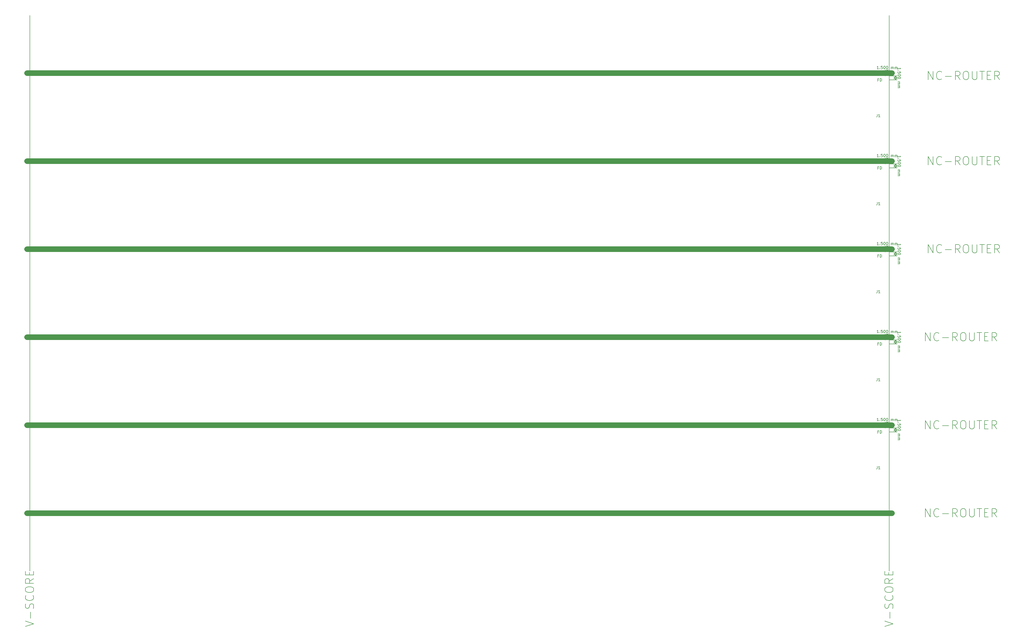
<source format=gbr>
G04 #@! TF.GenerationSoftware,KiCad,Pcbnew,(5.1.5)-3*
G04 #@! TF.CreationDate,2020-04-10T18:57:11+09:00*
G04 #@! TF.ProjectId,APA102_MENZUKE5,41504131-3032-45f4-9d45-4e5a554b4535,rev?*
G04 #@! TF.SameCoordinates,Original*
G04 #@! TF.FileFunction,Other,ECO2*
%FSLAX46Y46*%
G04 Gerber Fmt 4.6, Leading zero omitted, Abs format (unit mm)*
G04 Created by KiCad (PCBNEW (5.1.5)-3) date 2020-04-10 18:57:11*
%MOMM*%
%LPD*%
G04 APERTURE LIST*
%ADD10C,0.150000*%
%ADD11C,2.000000*%
G04 APERTURE END LIST*
D10*
X376142857Y-41357142D02*
X376142857Y-38357142D01*
X377857142Y-41357142D01*
X377857142Y-38357142D01*
X381000000Y-41071428D02*
X380857142Y-41214285D01*
X380428571Y-41357142D01*
X380142857Y-41357142D01*
X379714285Y-41214285D01*
X379428571Y-40928571D01*
X379285714Y-40642857D01*
X379142857Y-40071428D01*
X379142857Y-39642857D01*
X379285714Y-39071428D01*
X379428571Y-38785714D01*
X379714285Y-38500000D01*
X380142857Y-38357142D01*
X380428571Y-38357142D01*
X380857142Y-38500000D01*
X381000000Y-38642857D01*
X382285714Y-40214285D02*
X384571428Y-40214285D01*
X387714285Y-41357142D02*
X386714285Y-39928571D01*
X386000000Y-41357142D02*
X386000000Y-38357142D01*
X387142857Y-38357142D01*
X387428571Y-38500000D01*
X387571428Y-38642857D01*
X387714285Y-38928571D01*
X387714285Y-39357142D01*
X387571428Y-39642857D01*
X387428571Y-39785714D01*
X387142857Y-39928571D01*
X386000000Y-39928571D01*
X389571428Y-38357142D02*
X390142857Y-38357142D01*
X390428571Y-38500000D01*
X390714285Y-38785714D01*
X390857142Y-39357142D01*
X390857142Y-40357142D01*
X390714285Y-40928571D01*
X390428571Y-41214285D01*
X390142857Y-41357142D01*
X389571428Y-41357142D01*
X389285714Y-41214285D01*
X389000000Y-40928571D01*
X388857142Y-40357142D01*
X388857142Y-39357142D01*
X389000000Y-38785714D01*
X389285714Y-38500000D01*
X389571428Y-38357142D01*
X392142857Y-38357142D02*
X392142857Y-40785714D01*
X392285714Y-41071428D01*
X392428571Y-41214285D01*
X392714285Y-41357142D01*
X393285714Y-41357142D01*
X393571428Y-41214285D01*
X393714285Y-41071428D01*
X393857142Y-40785714D01*
X393857142Y-38357142D01*
X394857142Y-38357142D02*
X396571428Y-38357142D01*
X395714285Y-41357142D02*
X395714285Y-38357142D01*
X397571428Y-39785714D02*
X398571428Y-39785714D01*
X399000000Y-41357142D02*
X397571428Y-41357142D01*
X397571428Y-38357142D01*
X399000000Y-38357142D01*
X402000000Y-41357142D02*
X401000000Y-39928571D01*
X400285714Y-41357142D02*
X400285714Y-38357142D01*
X401428571Y-38357142D01*
X401714285Y-38500000D01*
X401857142Y-38642857D01*
X402000000Y-38928571D01*
X402000000Y-39357142D01*
X401857142Y-39642857D01*
X401714285Y-39785714D01*
X401428571Y-39928571D01*
X400285714Y-39928571D01*
X376142857Y-72357142D02*
X376142857Y-69357142D01*
X377857142Y-72357142D01*
X377857142Y-69357142D01*
X381000000Y-72071428D02*
X380857142Y-72214285D01*
X380428571Y-72357142D01*
X380142857Y-72357142D01*
X379714285Y-72214285D01*
X379428571Y-71928571D01*
X379285714Y-71642857D01*
X379142857Y-71071428D01*
X379142857Y-70642857D01*
X379285714Y-70071428D01*
X379428571Y-69785714D01*
X379714285Y-69500000D01*
X380142857Y-69357142D01*
X380428571Y-69357142D01*
X380857142Y-69500000D01*
X381000000Y-69642857D01*
X382285714Y-71214285D02*
X384571428Y-71214285D01*
X387714285Y-72357142D02*
X386714285Y-70928571D01*
X386000000Y-72357142D02*
X386000000Y-69357142D01*
X387142857Y-69357142D01*
X387428571Y-69500000D01*
X387571428Y-69642857D01*
X387714285Y-69928571D01*
X387714285Y-70357142D01*
X387571428Y-70642857D01*
X387428571Y-70785714D01*
X387142857Y-70928571D01*
X386000000Y-70928571D01*
X389571428Y-69357142D02*
X390142857Y-69357142D01*
X390428571Y-69500000D01*
X390714285Y-69785714D01*
X390857142Y-70357142D01*
X390857142Y-71357142D01*
X390714285Y-71928571D01*
X390428571Y-72214285D01*
X390142857Y-72357142D01*
X389571428Y-72357142D01*
X389285714Y-72214285D01*
X389000000Y-71928571D01*
X388857142Y-71357142D01*
X388857142Y-70357142D01*
X389000000Y-69785714D01*
X389285714Y-69500000D01*
X389571428Y-69357142D01*
X392142857Y-69357142D02*
X392142857Y-71785714D01*
X392285714Y-72071428D01*
X392428571Y-72214285D01*
X392714285Y-72357142D01*
X393285714Y-72357142D01*
X393571428Y-72214285D01*
X393714285Y-72071428D01*
X393857142Y-71785714D01*
X393857142Y-69357142D01*
X394857142Y-69357142D02*
X396571428Y-69357142D01*
X395714285Y-72357142D02*
X395714285Y-69357142D01*
X397571428Y-70785714D02*
X398571428Y-70785714D01*
X399000000Y-72357142D02*
X397571428Y-72357142D01*
X397571428Y-69357142D01*
X399000000Y-69357142D01*
X402000000Y-72357142D02*
X401000000Y-70928571D01*
X400285714Y-72357142D02*
X400285714Y-69357142D01*
X401428571Y-69357142D01*
X401714285Y-69500000D01*
X401857142Y-69642857D01*
X402000000Y-69928571D01*
X402000000Y-70357142D01*
X401857142Y-70642857D01*
X401714285Y-70785714D01*
X401428571Y-70928571D01*
X400285714Y-70928571D01*
X376142857Y-104357142D02*
X376142857Y-101357142D01*
X377857142Y-104357142D01*
X377857142Y-101357142D01*
X381000000Y-104071428D02*
X380857142Y-104214285D01*
X380428571Y-104357142D01*
X380142857Y-104357142D01*
X379714285Y-104214285D01*
X379428571Y-103928571D01*
X379285714Y-103642857D01*
X379142857Y-103071428D01*
X379142857Y-102642857D01*
X379285714Y-102071428D01*
X379428571Y-101785714D01*
X379714285Y-101500000D01*
X380142857Y-101357142D01*
X380428571Y-101357142D01*
X380857142Y-101500000D01*
X381000000Y-101642857D01*
X382285714Y-103214285D02*
X384571428Y-103214285D01*
X387714285Y-104357142D02*
X386714285Y-102928571D01*
X386000000Y-104357142D02*
X386000000Y-101357142D01*
X387142857Y-101357142D01*
X387428571Y-101500000D01*
X387571428Y-101642857D01*
X387714285Y-101928571D01*
X387714285Y-102357142D01*
X387571428Y-102642857D01*
X387428571Y-102785714D01*
X387142857Y-102928571D01*
X386000000Y-102928571D01*
X389571428Y-101357142D02*
X390142857Y-101357142D01*
X390428571Y-101500000D01*
X390714285Y-101785714D01*
X390857142Y-102357142D01*
X390857142Y-103357142D01*
X390714285Y-103928571D01*
X390428571Y-104214285D01*
X390142857Y-104357142D01*
X389571428Y-104357142D01*
X389285714Y-104214285D01*
X389000000Y-103928571D01*
X388857142Y-103357142D01*
X388857142Y-102357142D01*
X389000000Y-101785714D01*
X389285714Y-101500000D01*
X389571428Y-101357142D01*
X392142857Y-101357142D02*
X392142857Y-103785714D01*
X392285714Y-104071428D01*
X392428571Y-104214285D01*
X392714285Y-104357142D01*
X393285714Y-104357142D01*
X393571428Y-104214285D01*
X393714285Y-104071428D01*
X393857142Y-103785714D01*
X393857142Y-101357142D01*
X394857142Y-101357142D02*
X396571428Y-101357142D01*
X395714285Y-104357142D02*
X395714285Y-101357142D01*
X397571428Y-102785714D02*
X398571428Y-102785714D01*
X399000000Y-104357142D02*
X397571428Y-104357142D01*
X397571428Y-101357142D01*
X399000000Y-101357142D01*
X402000000Y-104357142D02*
X401000000Y-102928571D01*
X400285714Y-104357142D02*
X400285714Y-101357142D01*
X401428571Y-101357142D01*
X401714285Y-101500000D01*
X401857142Y-101642857D01*
X402000000Y-101928571D01*
X402000000Y-102357142D01*
X401857142Y-102642857D01*
X401714285Y-102785714D01*
X401428571Y-102928571D01*
X400285714Y-102928571D01*
X375142857Y-136357142D02*
X375142857Y-133357142D01*
X376857142Y-136357142D01*
X376857142Y-133357142D01*
X380000000Y-136071428D02*
X379857142Y-136214285D01*
X379428571Y-136357142D01*
X379142857Y-136357142D01*
X378714285Y-136214285D01*
X378428571Y-135928571D01*
X378285714Y-135642857D01*
X378142857Y-135071428D01*
X378142857Y-134642857D01*
X378285714Y-134071428D01*
X378428571Y-133785714D01*
X378714285Y-133500000D01*
X379142857Y-133357142D01*
X379428571Y-133357142D01*
X379857142Y-133500000D01*
X380000000Y-133642857D01*
X381285714Y-135214285D02*
X383571428Y-135214285D01*
X386714285Y-136357142D02*
X385714285Y-134928571D01*
X385000000Y-136357142D02*
X385000000Y-133357142D01*
X386142857Y-133357142D01*
X386428571Y-133500000D01*
X386571428Y-133642857D01*
X386714285Y-133928571D01*
X386714285Y-134357142D01*
X386571428Y-134642857D01*
X386428571Y-134785714D01*
X386142857Y-134928571D01*
X385000000Y-134928571D01*
X388571428Y-133357142D02*
X389142857Y-133357142D01*
X389428571Y-133500000D01*
X389714285Y-133785714D01*
X389857142Y-134357142D01*
X389857142Y-135357142D01*
X389714285Y-135928571D01*
X389428571Y-136214285D01*
X389142857Y-136357142D01*
X388571428Y-136357142D01*
X388285714Y-136214285D01*
X388000000Y-135928571D01*
X387857142Y-135357142D01*
X387857142Y-134357142D01*
X388000000Y-133785714D01*
X388285714Y-133500000D01*
X388571428Y-133357142D01*
X391142857Y-133357142D02*
X391142857Y-135785714D01*
X391285714Y-136071428D01*
X391428571Y-136214285D01*
X391714285Y-136357142D01*
X392285714Y-136357142D01*
X392571428Y-136214285D01*
X392714285Y-136071428D01*
X392857142Y-135785714D01*
X392857142Y-133357142D01*
X393857142Y-133357142D02*
X395571428Y-133357142D01*
X394714285Y-136357142D02*
X394714285Y-133357142D01*
X396571428Y-134785714D02*
X397571428Y-134785714D01*
X398000000Y-136357142D02*
X396571428Y-136357142D01*
X396571428Y-133357142D01*
X398000000Y-133357142D01*
X401000000Y-136357142D02*
X400000000Y-134928571D01*
X399285714Y-136357142D02*
X399285714Y-133357142D01*
X400428571Y-133357142D01*
X400714285Y-133500000D01*
X400857142Y-133642857D01*
X401000000Y-133928571D01*
X401000000Y-134357142D01*
X400857142Y-134642857D01*
X400714285Y-134785714D01*
X400428571Y-134928571D01*
X399285714Y-134928571D01*
X375142857Y-168357142D02*
X375142857Y-165357142D01*
X376857142Y-168357142D01*
X376857142Y-165357142D01*
X380000000Y-168071428D02*
X379857142Y-168214285D01*
X379428571Y-168357142D01*
X379142857Y-168357142D01*
X378714285Y-168214285D01*
X378428571Y-167928571D01*
X378285714Y-167642857D01*
X378142857Y-167071428D01*
X378142857Y-166642857D01*
X378285714Y-166071428D01*
X378428571Y-165785714D01*
X378714285Y-165500000D01*
X379142857Y-165357142D01*
X379428571Y-165357142D01*
X379857142Y-165500000D01*
X380000000Y-165642857D01*
X381285714Y-167214285D02*
X383571428Y-167214285D01*
X386714285Y-168357142D02*
X385714285Y-166928571D01*
X385000000Y-168357142D02*
X385000000Y-165357142D01*
X386142857Y-165357142D01*
X386428571Y-165500000D01*
X386571428Y-165642857D01*
X386714285Y-165928571D01*
X386714285Y-166357142D01*
X386571428Y-166642857D01*
X386428571Y-166785714D01*
X386142857Y-166928571D01*
X385000000Y-166928571D01*
X388571428Y-165357142D02*
X389142857Y-165357142D01*
X389428571Y-165500000D01*
X389714285Y-165785714D01*
X389857142Y-166357142D01*
X389857142Y-167357142D01*
X389714285Y-167928571D01*
X389428571Y-168214285D01*
X389142857Y-168357142D01*
X388571428Y-168357142D01*
X388285714Y-168214285D01*
X388000000Y-167928571D01*
X387857142Y-167357142D01*
X387857142Y-166357142D01*
X388000000Y-165785714D01*
X388285714Y-165500000D01*
X388571428Y-165357142D01*
X391142857Y-165357142D02*
X391142857Y-167785714D01*
X391285714Y-168071428D01*
X391428571Y-168214285D01*
X391714285Y-168357142D01*
X392285714Y-168357142D01*
X392571428Y-168214285D01*
X392714285Y-168071428D01*
X392857142Y-167785714D01*
X392857142Y-165357142D01*
X393857142Y-165357142D02*
X395571428Y-165357142D01*
X394714285Y-168357142D02*
X394714285Y-165357142D01*
X396571428Y-166785714D02*
X397571428Y-166785714D01*
X398000000Y-168357142D02*
X396571428Y-168357142D01*
X396571428Y-165357142D01*
X398000000Y-165357142D01*
X401000000Y-168357142D02*
X400000000Y-166928571D01*
X399285714Y-168357142D02*
X399285714Y-165357142D01*
X400428571Y-165357142D01*
X400714285Y-165500000D01*
X400857142Y-165642857D01*
X401000000Y-165928571D01*
X401000000Y-166357142D01*
X400857142Y-166642857D01*
X400714285Y-166785714D01*
X400428571Y-166928571D01*
X399285714Y-166928571D01*
X375142857Y-200357142D02*
X375142857Y-197357142D01*
X376857142Y-200357142D01*
X376857142Y-197357142D01*
X380000000Y-200071428D02*
X379857142Y-200214285D01*
X379428571Y-200357142D01*
X379142857Y-200357142D01*
X378714285Y-200214285D01*
X378428571Y-199928571D01*
X378285714Y-199642857D01*
X378142857Y-199071428D01*
X378142857Y-198642857D01*
X378285714Y-198071428D01*
X378428571Y-197785714D01*
X378714285Y-197500000D01*
X379142857Y-197357142D01*
X379428571Y-197357142D01*
X379857142Y-197500000D01*
X380000000Y-197642857D01*
X381285714Y-199214285D02*
X383571428Y-199214285D01*
X386714285Y-200357142D02*
X385714285Y-198928571D01*
X385000000Y-200357142D02*
X385000000Y-197357142D01*
X386142857Y-197357142D01*
X386428571Y-197500000D01*
X386571428Y-197642857D01*
X386714285Y-197928571D01*
X386714285Y-198357142D01*
X386571428Y-198642857D01*
X386428571Y-198785714D01*
X386142857Y-198928571D01*
X385000000Y-198928571D01*
X388571428Y-197357142D02*
X389142857Y-197357142D01*
X389428571Y-197500000D01*
X389714285Y-197785714D01*
X389857142Y-198357142D01*
X389857142Y-199357142D01*
X389714285Y-199928571D01*
X389428571Y-200214285D01*
X389142857Y-200357142D01*
X388571428Y-200357142D01*
X388285714Y-200214285D01*
X388000000Y-199928571D01*
X387857142Y-199357142D01*
X387857142Y-198357142D01*
X388000000Y-197785714D01*
X388285714Y-197500000D01*
X388571428Y-197357142D01*
X391142857Y-197357142D02*
X391142857Y-199785714D01*
X391285714Y-200071428D01*
X391428571Y-200214285D01*
X391714285Y-200357142D01*
X392285714Y-200357142D01*
X392571428Y-200214285D01*
X392714285Y-200071428D01*
X392857142Y-199785714D01*
X392857142Y-197357142D01*
X393857142Y-197357142D02*
X395571428Y-197357142D01*
X394714285Y-200357142D02*
X394714285Y-197357142D01*
X396571428Y-198785714D02*
X397571428Y-198785714D01*
X398000000Y-200357142D02*
X396571428Y-200357142D01*
X396571428Y-197357142D01*
X398000000Y-197357142D01*
X401000000Y-200357142D02*
X400000000Y-198928571D01*
X399285714Y-200357142D02*
X399285714Y-197357142D01*
X400428571Y-197357142D01*
X400714285Y-197500000D01*
X400857142Y-197642857D01*
X401000000Y-197928571D01*
X401000000Y-198357142D01*
X400857142Y-198642857D01*
X400714285Y-198785714D01*
X400428571Y-198928571D01*
X399285714Y-198928571D01*
X48357142Y-240214285D02*
X51357142Y-239214285D01*
X48357142Y-238214285D01*
X50214285Y-237214285D02*
X50214285Y-234928571D01*
X51214285Y-233642857D02*
X51357142Y-233214285D01*
X51357142Y-232500000D01*
X51214285Y-232214285D01*
X51071428Y-232071428D01*
X50785714Y-231928571D01*
X50500000Y-231928571D01*
X50214285Y-232071428D01*
X50071428Y-232214285D01*
X49928571Y-232500000D01*
X49785714Y-233071428D01*
X49642857Y-233357142D01*
X49500000Y-233500000D01*
X49214285Y-233642857D01*
X48928571Y-233642857D01*
X48642857Y-233500000D01*
X48500000Y-233357142D01*
X48357142Y-233071428D01*
X48357142Y-232357142D01*
X48500000Y-231928571D01*
X51071428Y-228928571D02*
X51214285Y-229071428D01*
X51357142Y-229500000D01*
X51357142Y-229785714D01*
X51214285Y-230214285D01*
X50928571Y-230500000D01*
X50642857Y-230642857D01*
X50071428Y-230785714D01*
X49642857Y-230785714D01*
X49071428Y-230642857D01*
X48785714Y-230500000D01*
X48500000Y-230214285D01*
X48357142Y-229785714D01*
X48357142Y-229500000D01*
X48500000Y-229071428D01*
X48642857Y-228928571D01*
X48357142Y-227071428D02*
X48357142Y-226500000D01*
X48500000Y-226214285D01*
X48785714Y-225928571D01*
X49357142Y-225785714D01*
X50357142Y-225785714D01*
X50928571Y-225928571D01*
X51214285Y-226214285D01*
X51357142Y-226500000D01*
X51357142Y-227071428D01*
X51214285Y-227357142D01*
X50928571Y-227642857D01*
X50357142Y-227785714D01*
X49357142Y-227785714D01*
X48785714Y-227642857D01*
X48500000Y-227357142D01*
X48357142Y-227071428D01*
X51357142Y-222785714D02*
X49928571Y-223785714D01*
X51357142Y-224500000D02*
X48357142Y-224500000D01*
X48357142Y-223357142D01*
X48500000Y-223071428D01*
X48642857Y-222928571D01*
X48928571Y-222785714D01*
X49357142Y-222785714D01*
X49642857Y-222928571D01*
X49785714Y-223071428D01*
X49928571Y-223357142D01*
X49928571Y-224500000D01*
X49785714Y-221500000D02*
X49785714Y-220500000D01*
X51357142Y-220071428D02*
X51357142Y-221500000D01*
X48357142Y-221500000D01*
X48357142Y-220071428D01*
X360357142Y-240214285D02*
X363357142Y-239214285D01*
X360357142Y-238214285D01*
X362214285Y-237214285D02*
X362214285Y-234928571D01*
X363214285Y-233642857D02*
X363357142Y-233214285D01*
X363357142Y-232500000D01*
X363214285Y-232214285D01*
X363071428Y-232071428D01*
X362785714Y-231928571D01*
X362500000Y-231928571D01*
X362214285Y-232071428D01*
X362071428Y-232214285D01*
X361928571Y-232500000D01*
X361785714Y-233071428D01*
X361642857Y-233357142D01*
X361500000Y-233500000D01*
X361214285Y-233642857D01*
X360928571Y-233642857D01*
X360642857Y-233500000D01*
X360500000Y-233357142D01*
X360357142Y-233071428D01*
X360357142Y-232357142D01*
X360500000Y-231928571D01*
X363071428Y-228928571D02*
X363214285Y-229071428D01*
X363357142Y-229500000D01*
X363357142Y-229785714D01*
X363214285Y-230214285D01*
X362928571Y-230500000D01*
X362642857Y-230642857D01*
X362071428Y-230785714D01*
X361642857Y-230785714D01*
X361071428Y-230642857D01*
X360785714Y-230500000D01*
X360500000Y-230214285D01*
X360357142Y-229785714D01*
X360357142Y-229500000D01*
X360500000Y-229071428D01*
X360642857Y-228928571D01*
X360357142Y-227071428D02*
X360357142Y-226500000D01*
X360500000Y-226214285D01*
X360785714Y-225928571D01*
X361357142Y-225785714D01*
X362357142Y-225785714D01*
X362928571Y-225928571D01*
X363214285Y-226214285D01*
X363357142Y-226500000D01*
X363357142Y-227071428D01*
X363214285Y-227357142D01*
X362928571Y-227642857D01*
X362357142Y-227785714D01*
X361357142Y-227785714D01*
X360785714Y-227642857D01*
X360500000Y-227357142D01*
X360357142Y-227071428D01*
X363357142Y-222785714D02*
X361928571Y-223785714D01*
X363357142Y-224500000D02*
X360357142Y-224500000D01*
X360357142Y-223357142D01*
X360500000Y-223071428D01*
X360642857Y-222928571D01*
X360928571Y-222785714D01*
X361357142Y-222785714D01*
X361642857Y-222928571D01*
X361785714Y-223071428D01*
X361928571Y-223357142D01*
X361928571Y-224500000D01*
X361785714Y-221500000D02*
X361785714Y-220500000D01*
X363357142Y-220071428D02*
X363357142Y-221500000D01*
X360357142Y-221500000D01*
X360357142Y-220071428D01*
X362000000Y-220000000D02*
X362000000Y-18000000D01*
X50000000Y-220000000D02*
X50000000Y-18000000D01*
D11*
X363000000Y-39000000D02*
X49000000Y-39000000D01*
X363000000Y-199000000D02*
X49000000Y-199000000D01*
X363000000Y-167000000D02*
X49000000Y-167000000D01*
X363000000Y-135000000D02*
X49000000Y-135000000D01*
X363000000Y-103000000D02*
X49000000Y-103000000D01*
X363000000Y-71000000D02*
X49000000Y-71000000D01*
D10*
X358154761Y-165452380D02*
X357583333Y-165452380D01*
X357869047Y-165452380D02*
X357869047Y-164452380D01*
X357773809Y-164595238D01*
X357678571Y-164690476D01*
X357583333Y-164738095D01*
X358583333Y-165357142D02*
X358630952Y-165404761D01*
X358583333Y-165452380D01*
X358535714Y-165404761D01*
X358583333Y-165357142D01*
X358583333Y-165452380D01*
X359535714Y-164452380D02*
X359059523Y-164452380D01*
X359011904Y-164928571D01*
X359059523Y-164880952D01*
X359154761Y-164833333D01*
X359392857Y-164833333D01*
X359488095Y-164880952D01*
X359535714Y-164928571D01*
X359583333Y-165023809D01*
X359583333Y-165261904D01*
X359535714Y-165357142D01*
X359488095Y-165404761D01*
X359392857Y-165452380D01*
X359154761Y-165452380D01*
X359059523Y-165404761D01*
X359011904Y-165357142D01*
X360202380Y-164452380D02*
X360297619Y-164452380D01*
X360392857Y-164500000D01*
X360440476Y-164547619D01*
X360488095Y-164642857D01*
X360535714Y-164833333D01*
X360535714Y-165071428D01*
X360488095Y-165261904D01*
X360440476Y-165357142D01*
X360392857Y-165404761D01*
X360297619Y-165452380D01*
X360202380Y-165452380D01*
X360107142Y-165404761D01*
X360059523Y-165357142D01*
X360011904Y-165261904D01*
X359964285Y-165071428D01*
X359964285Y-164833333D01*
X360011904Y-164642857D01*
X360059523Y-164547619D01*
X360107142Y-164500000D01*
X360202380Y-164452380D01*
X361154761Y-164452380D02*
X361250000Y-164452380D01*
X361345238Y-164500000D01*
X361392857Y-164547619D01*
X361440476Y-164642857D01*
X361488095Y-164833333D01*
X361488095Y-165071428D01*
X361440476Y-165261904D01*
X361392857Y-165357142D01*
X361345238Y-165404761D01*
X361250000Y-165452380D01*
X361154761Y-165452380D01*
X361059523Y-165404761D01*
X361011904Y-165357142D01*
X360964285Y-165261904D01*
X360916666Y-165071428D01*
X360916666Y-164833333D01*
X360964285Y-164642857D01*
X361011904Y-164547619D01*
X361059523Y-164500000D01*
X361154761Y-164452380D01*
X362678571Y-165452380D02*
X362678571Y-164785714D01*
X362678571Y-164880952D02*
X362726190Y-164833333D01*
X362821428Y-164785714D01*
X362964285Y-164785714D01*
X363059523Y-164833333D01*
X363107142Y-164928571D01*
X363107142Y-165452380D01*
X363107142Y-164928571D02*
X363154761Y-164833333D01*
X363250000Y-164785714D01*
X363392857Y-164785714D01*
X363488095Y-164833333D01*
X363535714Y-164928571D01*
X363535714Y-165452380D01*
X364011904Y-165452380D02*
X364011904Y-164785714D01*
X364011904Y-164880952D02*
X364059523Y-164833333D01*
X364154761Y-164785714D01*
X364297619Y-164785714D01*
X364392857Y-164833333D01*
X364440476Y-164928571D01*
X364440476Y-165452380D01*
X364440476Y-164928571D02*
X364488095Y-164833333D01*
X364583333Y-164785714D01*
X364726190Y-164785714D01*
X364821428Y-164833333D01*
X364869047Y-164928571D01*
X364869047Y-165452380D01*
X362000000Y-166300000D02*
X360500000Y-166300000D01*
X362000000Y-168000000D02*
X362000000Y-165713579D01*
X360500000Y-168000000D02*
X360500000Y-165713579D01*
X360500000Y-166300000D02*
X361626504Y-165713579D01*
X360500000Y-166300000D02*
X361626504Y-166886421D01*
X362000000Y-166300000D02*
X360873496Y-165713579D01*
X362000000Y-166300000D02*
X360873496Y-166886421D01*
X358154761Y-133452380D02*
X357583333Y-133452380D01*
X357869047Y-133452380D02*
X357869047Y-132452380D01*
X357773809Y-132595238D01*
X357678571Y-132690476D01*
X357583333Y-132738095D01*
X358583333Y-133357142D02*
X358630952Y-133404761D01*
X358583333Y-133452380D01*
X358535714Y-133404761D01*
X358583333Y-133357142D01*
X358583333Y-133452380D01*
X359535714Y-132452380D02*
X359059523Y-132452380D01*
X359011904Y-132928571D01*
X359059523Y-132880952D01*
X359154761Y-132833333D01*
X359392857Y-132833333D01*
X359488095Y-132880952D01*
X359535714Y-132928571D01*
X359583333Y-133023809D01*
X359583333Y-133261904D01*
X359535714Y-133357142D01*
X359488095Y-133404761D01*
X359392857Y-133452380D01*
X359154761Y-133452380D01*
X359059523Y-133404761D01*
X359011904Y-133357142D01*
X360202380Y-132452380D02*
X360297619Y-132452380D01*
X360392857Y-132500000D01*
X360440476Y-132547619D01*
X360488095Y-132642857D01*
X360535714Y-132833333D01*
X360535714Y-133071428D01*
X360488095Y-133261904D01*
X360440476Y-133357142D01*
X360392857Y-133404761D01*
X360297619Y-133452380D01*
X360202380Y-133452380D01*
X360107142Y-133404761D01*
X360059523Y-133357142D01*
X360011904Y-133261904D01*
X359964285Y-133071428D01*
X359964285Y-132833333D01*
X360011904Y-132642857D01*
X360059523Y-132547619D01*
X360107142Y-132500000D01*
X360202380Y-132452380D01*
X361154761Y-132452380D02*
X361250000Y-132452380D01*
X361345238Y-132500000D01*
X361392857Y-132547619D01*
X361440476Y-132642857D01*
X361488095Y-132833333D01*
X361488095Y-133071428D01*
X361440476Y-133261904D01*
X361392857Y-133357142D01*
X361345238Y-133404761D01*
X361250000Y-133452380D01*
X361154761Y-133452380D01*
X361059523Y-133404761D01*
X361011904Y-133357142D01*
X360964285Y-133261904D01*
X360916666Y-133071428D01*
X360916666Y-132833333D01*
X360964285Y-132642857D01*
X361011904Y-132547619D01*
X361059523Y-132500000D01*
X361154761Y-132452380D01*
X362678571Y-133452380D02*
X362678571Y-132785714D01*
X362678571Y-132880952D02*
X362726190Y-132833333D01*
X362821428Y-132785714D01*
X362964285Y-132785714D01*
X363059523Y-132833333D01*
X363107142Y-132928571D01*
X363107142Y-133452380D01*
X363107142Y-132928571D02*
X363154761Y-132833333D01*
X363250000Y-132785714D01*
X363392857Y-132785714D01*
X363488095Y-132833333D01*
X363535714Y-132928571D01*
X363535714Y-133452380D01*
X364011904Y-133452380D02*
X364011904Y-132785714D01*
X364011904Y-132880952D02*
X364059523Y-132833333D01*
X364154761Y-132785714D01*
X364297619Y-132785714D01*
X364392857Y-132833333D01*
X364440476Y-132928571D01*
X364440476Y-133452380D01*
X364440476Y-132928571D02*
X364488095Y-132833333D01*
X364583333Y-132785714D01*
X364726190Y-132785714D01*
X364821428Y-132833333D01*
X364869047Y-132928571D01*
X364869047Y-133452380D01*
X362000000Y-134300000D02*
X360500000Y-134300000D01*
X362000000Y-136000000D02*
X362000000Y-133713579D01*
X360500000Y-136000000D02*
X360500000Y-133713579D01*
X360500000Y-134300000D02*
X361626504Y-133713579D01*
X360500000Y-134300000D02*
X361626504Y-134886421D01*
X362000000Y-134300000D02*
X360873496Y-133713579D01*
X362000000Y-134300000D02*
X360873496Y-134886421D01*
X358154761Y-101452380D02*
X357583333Y-101452380D01*
X357869047Y-101452380D02*
X357869047Y-100452380D01*
X357773809Y-100595238D01*
X357678571Y-100690476D01*
X357583333Y-100738095D01*
X358583333Y-101357142D02*
X358630952Y-101404761D01*
X358583333Y-101452380D01*
X358535714Y-101404761D01*
X358583333Y-101357142D01*
X358583333Y-101452380D01*
X359535714Y-100452380D02*
X359059523Y-100452380D01*
X359011904Y-100928571D01*
X359059523Y-100880952D01*
X359154761Y-100833333D01*
X359392857Y-100833333D01*
X359488095Y-100880952D01*
X359535714Y-100928571D01*
X359583333Y-101023809D01*
X359583333Y-101261904D01*
X359535714Y-101357142D01*
X359488095Y-101404761D01*
X359392857Y-101452380D01*
X359154761Y-101452380D01*
X359059523Y-101404761D01*
X359011904Y-101357142D01*
X360202380Y-100452380D02*
X360297619Y-100452380D01*
X360392857Y-100500000D01*
X360440476Y-100547619D01*
X360488095Y-100642857D01*
X360535714Y-100833333D01*
X360535714Y-101071428D01*
X360488095Y-101261904D01*
X360440476Y-101357142D01*
X360392857Y-101404761D01*
X360297619Y-101452380D01*
X360202380Y-101452380D01*
X360107142Y-101404761D01*
X360059523Y-101357142D01*
X360011904Y-101261904D01*
X359964285Y-101071428D01*
X359964285Y-100833333D01*
X360011904Y-100642857D01*
X360059523Y-100547619D01*
X360107142Y-100500000D01*
X360202380Y-100452380D01*
X361154761Y-100452380D02*
X361250000Y-100452380D01*
X361345238Y-100500000D01*
X361392857Y-100547619D01*
X361440476Y-100642857D01*
X361488095Y-100833333D01*
X361488095Y-101071428D01*
X361440476Y-101261904D01*
X361392857Y-101357142D01*
X361345238Y-101404761D01*
X361250000Y-101452380D01*
X361154761Y-101452380D01*
X361059523Y-101404761D01*
X361011904Y-101357142D01*
X360964285Y-101261904D01*
X360916666Y-101071428D01*
X360916666Y-100833333D01*
X360964285Y-100642857D01*
X361011904Y-100547619D01*
X361059523Y-100500000D01*
X361154761Y-100452380D01*
X362678571Y-101452380D02*
X362678571Y-100785714D01*
X362678571Y-100880952D02*
X362726190Y-100833333D01*
X362821428Y-100785714D01*
X362964285Y-100785714D01*
X363059523Y-100833333D01*
X363107142Y-100928571D01*
X363107142Y-101452380D01*
X363107142Y-100928571D02*
X363154761Y-100833333D01*
X363250000Y-100785714D01*
X363392857Y-100785714D01*
X363488095Y-100833333D01*
X363535714Y-100928571D01*
X363535714Y-101452380D01*
X364011904Y-101452380D02*
X364011904Y-100785714D01*
X364011904Y-100880952D02*
X364059523Y-100833333D01*
X364154761Y-100785714D01*
X364297619Y-100785714D01*
X364392857Y-100833333D01*
X364440476Y-100928571D01*
X364440476Y-101452380D01*
X364440476Y-100928571D02*
X364488095Y-100833333D01*
X364583333Y-100785714D01*
X364726190Y-100785714D01*
X364821428Y-100833333D01*
X364869047Y-100928571D01*
X364869047Y-101452380D01*
X362000000Y-102300000D02*
X360500000Y-102300000D01*
X362000000Y-104000000D02*
X362000000Y-101713579D01*
X360500000Y-104000000D02*
X360500000Y-101713579D01*
X360500000Y-102300000D02*
X361626504Y-101713579D01*
X360500000Y-102300000D02*
X361626504Y-102886421D01*
X362000000Y-102300000D02*
X360873496Y-101713579D01*
X362000000Y-102300000D02*
X360873496Y-102886421D01*
X358154761Y-69452380D02*
X357583333Y-69452380D01*
X357869047Y-69452380D02*
X357869047Y-68452380D01*
X357773809Y-68595238D01*
X357678571Y-68690476D01*
X357583333Y-68738095D01*
X358583333Y-69357142D02*
X358630952Y-69404761D01*
X358583333Y-69452380D01*
X358535714Y-69404761D01*
X358583333Y-69357142D01*
X358583333Y-69452380D01*
X359535714Y-68452380D02*
X359059523Y-68452380D01*
X359011904Y-68928571D01*
X359059523Y-68880952D01*
X359154761Y-68833333D01*
X359392857Y-68833333D01*
X359488095Y-68880952D01*
X359535714Y-68928571D01*
X359583333Y-69023809D01*
X359583333Y-69261904D01*
X359535714Y-69357142D01*
X359488095Y-69404761D01*
X359392857Y-69452380D01*
X359154761Y-69452380D01*
X359059523Y-69404761D01*
X359011904Y-69357142D01*
X360202380Y-68452380D02*
X360297619Y-68452380D01*
X360392857Y-68500000D01*
X360440476Y-68547619D01*
X360488095Y-68642857D01*
X360535714Y-68833333D01*
X360535714Y-69071428D01*
X360488095Y-69261904D01*
X360440476Y-69357142D01*
X360392857Y-69404761D01*
X360297619Y-69452380D01*
X360202380Y-69452380D01*
X360107142Y-69404761D01*
X360059523Y-69357142D01*
X360011904Y-69261904D01*
X359964285Y-69071428D01*
X359964285Y-68833333D01*
X360011904Y-68642857D01*
X360059523Y-68547619D01*
X360107142Y-68500000D01*
X360202380Y-68452380D01*
X361154761Y-68452380D02*
X361250000Y-68452380D01*
X361345238Y-68500000D01*
X361392857Y-68547619D01*
X361440476Y-68642857D01*
X361488095Y-68833333D01*
X361488095Y-69071428D01*
X361440476Y-69261904D01*
X361392857Y-69357142D01*
X361345238Y-69404761D01*
X361250000Y-69452380D01*
X361154761Y-69452380D01*
X361059523Y-69404761D01*
X361011904Y-69357142D01*
X360964285Y-69261904D01*
X360916666Y-69071428D01*
X360916666Y-68833333D01*
X360964285Y-68642857D01*
X361011904Y-68547619D01*
X361059523Y-68500000D01*
X361154761Y-68452380D01*
X362678571Y-69452380D02*
X362678571Y-68785714D01*
X362678571Y-68880952D02*
X362726190Y-68833333D01*
X362821428Y-68785714D01*
X362964285Y-68785714D01*
X363059523Y-68833333D01*
X363107142Y-68928571D01*
X363107142Y-69452380D01*
X363107142Y-68928571D02*
X363154761Y-68833333D01*
X363250000Y-68785714D01*
X363392857Y-68785714D01*
X363488095Y-68833333D01*
X363535714Y-68928571D01*
X363535714Y-69452380D01*
X364011904Y-69452380D02*
X364011904Y-68785714D01*
X364011904Y-68880952D02*
X364059523Y-68833333D01*
X364154761Y-68785714D01*
X364297619Y-68785714D01*
X364392857Y-68833333D01*
X364440476Y-68928571D01*
X364440476Y-69452380D01*
X364440476Y-68928571D02*
X364488095Y-68833333D01*
X364583333Y-68785714D01*
X364726190Y-68785714D01*
X364821428Y-68833333D01*
X364869047Y-68928571D01*
X364869047Y-69452380D01*
X362000000Y-70300000D02*
X360500000Y-70300000D01*
X362000000Y-72000000D02*
X362000000Y-69713579D01*
X360500000Y-72000000D02*
X360500000Y-69713579D01*
X360500000Y-70300000D02*
X361626504Y-69713579D01*
X360500000Y-70300000D02*
X361626504Y-70886421D01*
X362000000Y-70300000D02*
X360873496Y-69713579D01*
X362000000Y-70300000D02*
X360873496Y-70886421D01*
X365147619Y-165654761D02*
X365147619Y-165083333D01*
X365147619Y-165369047D02*
X366147619Y-165369047D01*
X366004761Y-165273809D01*
X365909523Y-165178571D01*
X365861904Y-165083333D01*
X365242857Y-166083333D02*
X365195238Y-166130952D01*
X365147619Y-166083333D01*
X365195238Y-166035714D01*
X365242857Y-166083333D01*
X365147619Y-166083333D01*
X366147619Y-167035714D02*
X366147619Y-166559523D01*
X365671428Y-166511904D01*
X365719047Y-166559523D01*
X365766666Y-166654761D01*
X365766666Y-166892857D01*
X365719047Y-166988095D01*
X365671428Y-167035714D01*
X365576190Y-167083333D01*
X365338095Y-167083333D01*
X365242857Y-167035714D01*
X365195238Y-166988095D01*
X365147619Y-166892857D01*
X365147619Y-166654761D01*
X365195238Y-166559523D01*
X365242857Y-166511904D01*
X366147619Y-167702380D02*
X366147619Y-167797619D01*
X366100000Y-167892857D01*
X366052380Y-167940476D01*
X365957142Y-167988095D01*
X365766666Y-168035714D01*
X365528571Y-168035714D01*
X365338095Y-167988095D01*
X365242857Y-167940476D01*
X365195238Y-167892857D01*
X365147619Y-167797619D01*
X365147619Y-167702380D01*
X365195238Y-167607142D01*
X365242857Y-167559523D01*
X365338095Y-167511904D01*
X365528571Y-167464285D01*
X365766666Y-167464285D01*
X365957142Y-167511904D01*
X366052380Y-167559523D01*
X366100000Y-167607142D01*
X366147619Y-167702380D01*
X366147619Y-168654761D02*
X366147619Y-168750000D01*
X366100000Y-168845238D01*
X366052380Y-168892857D01*
X365957142Y-168940476D01*
X365766666Y-168988095D01*
X365528571Y-168988095D01*
X365338095Y-168940476D01*
X365242857Y-168892857D01*
X365195238Y-168845238D01*
X365147619Y-168750000D01*
X365147619Y-168654761D01*
X365195238Y-168559523D01*
X365242857Y-168511904D01*
X365338095Y-168464285D01*
X365528571Y-168416666D01*
X365766666Y-168416666D01*
X365957142Y-168464285D01*
X366052380Y-168511904D01*
X366100000Y-168559523D01*
X366147619Y-168654761D01*
X365147619Y-170178571D02*
X365814285Y-170178571D01*
X365719047Y-170178571D02*
X365766666Y-170226190D01*
X365814285Y-170321428D01*
X365814285Y-170464285D01*
X365766666Y-170559523D01*
X365671428Y-170607142D01*
X365147619Y-170607142D01*
X365671428Y-170607142D02*
X365766666Y-170654761D01*
X365814285Y-170750000D01*
X365814285Y-170892857D01*
X365766666Y-170988095D01*
X365671428Y-171035714D01*
X365147619Y-171035714D01*
X365147619Y-171511904D02*
X365814285Y-171511904D01*
X365719047Y-171511904D02*
X365766666Y-171559523D01*
X365814285Y-171654761D01*
X365814285Y-171797619D01*
X365766666Y-171892857D01*
X365671428Y-171940476D01*
X365147619Y-171940476D01*
X365671428Y-171940476D02*
X365766666Y-171988095D01*
X365814285Y-172083333D01*
X365814285Y-172226190D01*
X365766666Y-172321428D01*
X365671428Y-172369047D01*
X365147619Y-172369047D01*
X364300000Y-168000000D02*
X364300000Y-169500000D01*
X362000000Y-168000000D02*
X364886421Y-168000000D01*
X362000000Y-169500000D02*
X364886421Y-169500000D01*
X364300000Y-169500000D02*
X363713579Y-168373496D01*
X364300000Y-169500000D02*
X364886421Y-168373496D01*
X364300000Y-168000000D02*
X363713579Y-169126504D01*
X364300000Y-168000000D02*
X364886421Y-169126504D01*
X365147619Y-133654761D02*
X365147619Y-133083333D01*
X365147619Y-133369047D02*
X366147619Y-133369047D01*
X366004761Y-133273809D01*
X365909523Y-133178571D01*
X365861904Y-133083333D01*
X365242857Y-134083333D02*
X365195238Y-134130952D01*
X365147619Y-134083333D01*
X365195238Y-134035714D01*
X365242857Y-134083333D01*
X365147619Y-134083333D01*
X366147619Y-135035714D02*
X366147619Y-134559523D01*
X365671428Y-134511904D01*
X365719047Y-134559523D01*
X365766666Y-134654761D01*
X365766666Y-134892857D01*
X365719047Y-134988095D01*
X365671428Y-135035714D01*
X365576190Y-135083333D01*
X365338095Y-135083333D01*
X365242857Y-135035714D01*
X365195238Y-134988095D01*
X365147619Y-134892857D01*
X365147619Y-134654761D01*
X365195238Y-134559523D01*
X365242857Y-134511904D01*
X366147619Y-135702380D02*
X366147619Y-135797619D01*
X366100000Y-135892857D01*
X366052380Y-135940476D01*
X365957142Y-135988095D01*
X365766666Y-136035714D01*
X365528571Y-136035714D01*
X365338095Y-135988095D01*
X365242857Y-135940476D01*
X365195238Y-135892857D01*
X365147619Y-135797619D01*
X365147619Y-135702380D01*
X365195238Y-135607142D01*
X365242857Y-135559523D01*
X365338095Y-135511904D01*
X365528571Y-135464285D01*
X365766666Y-135464285D01*
X365957142Y-135511904D01*
X366052380Y-135559523D01*
X366100000Y-135607142D01*
X366147619Y-135702380D01*
X366147619Y-136654761D02*
X366147619Y-136750000D01*
X366100000Y-136845238D01*
X366052380Y-136892857D01*
X365957142Y-136940476D01*
X365766666Y-136988095D01*
X365528571Y-136988095D01*
X365338095Y-136940476D01*
X365242857Y-136892857D01*
X365195238Y-136845238D01*
X365147619Y-136750000D01*
X365147619Y-136654761D01*
X365195238Y-136559523D01*
X365242857Y-136511904D01*
X365338095Y-136464285D01*
X365528571Y-136416666D01*
X365766666Y-136416666D01*
X365957142Y-136464285D01*
X366052380Y-136511904D01*
X366100000Y-136559523D01*
X366147619Y-136654761D01*
X365147619Y-138178571D02*
X365814285Y-138178571D01*
X365719047Y-138178571D02*
X365766666Y-138226190D01*
X365814285Y-138321428D01*
X365814285Y-138464285D01*
X365766666Y-138559523D01*
X365671428Y-138607142D01*
X365147619Y-138607142D01*
X365671428Y-138607142D02*
X365766666Y-138654761D01*
X365814285Y-138750000D01*
X365814285Y-138892857D01*
X365766666Y-138988095D01*
X365671428Y-139035714D01*
X365147619Y-139035714D01*
X365147619Y-139511904D02*
X365814285Y-139511904D01*
X365719047Y-139511904D02*
X365766666Y-139559523D01*
X365814285Y-139654761D01*
X365814285Y-139797619D01*
X365766666Y-139892857D01*
X365671428Y-139940476D01*
X365147619Y-139940476D01*
X365671428Y-139940476D02*
X365766666Y-139988095D01*
X365814285Y-140083333D01*
X365814285Y-140226190D01*
X365766666Y-140321428D01*
X365671428Y-140369047D01*
X365147619Y-140369047D01*
X364300000Y-136000000D02*
X364300000Y-137500000D01*
X362000000Y-136000000D02*
X364886421Y-136000000D01*
X362000000Y-137500000D02*
X364886421Y-137500000D01*
X364300000Y-137500000D02*
X363713579Y-136373496D01*
X364300000Y-137500000D02*
X364886421Y-136373496D01*
X364300000Y-136000000D02*
X363713579Y-137126504D01*
X364300000Y-136000000D02*
X364886421Y-137126504D01*
X365147619Y-101654761D02*
X365147619Y-101083333D01*
X365147619Y-101369047D02*
X366147619Y-101369047D01*
X366004761Y-101273809D01*
X365909523Y-101178571D01*
X365861904Y-101083333D01*
X365242857Y-102083333D02*
X365195238Y-102130952D01*
X365147619Y-102083333D01*
X365195238Y-102035714D01*
X365242857Y-102083333D01*
X365147619Y-102083333D01*
X366147619Y-103035714D02*
X366147619Y-102559523D01*
X365671428Y-102511904D01*
X365719047Y-102559523D01*
X365766666Y-102654761D01*
X365766666Y-102892857D01*
X365719047Y-102988095D01*
X365671428Y-103035714D01*
X365576190Y-103083333D01*
X365338095Y-103083333D01*
X365242857Y-103035714D01*
X365195238Y-102988095D01*
X365147619Y-102892857D01*
X365147619Y-102654761D01*
X365195238Y-102559523D01*
X365242857Y-102511904D01*
X366147619Y-103702380D02*
X366147619Y-103797619D01*
X366100000Y-103892857D01*
X366052380Y-103940476D01*
X365957142Y-103988095D01*
X365766666Y-104035714D01*
X365528571Y-104035714D01*
X365338095Y-103988095D01*
X365242857Y-103940476D01*
X365195238Y-103892857D01*
X365147619Y-103797619D01*
X365147619Y-103702380D01*
X365195238Y-103607142D01*
X365242857Y-103559523D01*
X365338095Y-103511904D01*
X365528571Y-103464285D01*
X365766666Y-103464285D01*
X365957142Y-103511904D01*
X366052380Y-103559523D01*
X366100000Y-103607142D01*
X366147619Y-103702380D01*
X366147619Y-104654761D02*
X366147619Y-104750000D01*
X366100000Y-104845238D01*
X366052380Y-104892857D01*
X365957142Y-104940476D01*
X365766666Y-104988095D01*
X365528571Y-104988095D01*
X365338095Y-104940476D01*
X365242857Y-104892857D01*
X365195238Y-104845238D01*
X365147619Y-104750000D01*
X365147619Y-104654761D01*
X365195238Y-104559523D01*
X365242857Y-104511904D01*
X365338095Y-104464285D01*
X365528571Y-104416666D01*
X365766666Y-104416666D01*
X365957142Y-104464285D01*
X366052380Y-104511904D01*
X366100000Y-104559523D01*
X366147619Y-104654761D01*
X365147619Y-106178571D02*
X365814285Y-106178571D01*
X365719047Y-106178571D02*
X365766666Y-106226190D01*
X365814285Y-106321428D01*
X365814285Y-106464285D01*
X365766666Y-106559523D01*
X365671428Y-106607142D01*
X365147619Y-106607142D01*
X365671428Y-106607142D02*
X365766666Y-106654761D01*
X365814285Y-106750000D01*
X365814285Y-106892857D01*
X365766666Y-106988095D01*
X365671428Y-107035714D01*
X365147619Y-107035714D01*
X365147619Y-107511904D02*
X365814285Y-107511904D01*
X365719047Y-107511904D02*
X365766666Y-107559523D01*
X365814285Y-107654761D01*
X365814285Y-107797619D01*
X365766666Y-107892857D01*
X365671428Y-107940476D01*
X365147619Y-107940476D01*
X365671428Y-107940476D02*
X365766666Y-107988095D01*
X365814285Y-108083333D01*
X365814285Y-108226190D01*
X365766666Y-108321428D01*
X365671428Y-108369047D01*
X365147619Y-108369047D01*
X364300000Y-104000000D02*
X364300000Y-105500000D01*
X362000000Y-104000000D02*
X364886421Y-104000000D01*
X362000000Y-105500000D02*
X364886421Y-105500000D01*
X364300000Y-105500000D02*
X363713579Y-104373496D01*
X364300000Y-105500000D02*
X364886421Y-104373496D01*
X364300000Y-104000000D02*
X363713579Y-105126504D01*
X364300000Y-104000000D02*
X364886421Y-105126504D01*
X365147619Y-69654761D02*
X365147619Y-69083333D01*
X365147619Y-69369047D02*
X366147619Y-69369047D01*
X366004761Y-69273809D01*
X365909523Y-69178571D01*
X365861904Y-69083333D01*
X365242857Y-70083333D02*
X365195238Y-70130952D01*
X365147619Y-70083333D01*
X365195238Y-70035714D01*
X365242857Y-70083333D01*
X365147619Y-70083333D01*
X366147619Y-71035714D02*
X366147619Y-70559523D01*
X365671428Y-70511904D01*
X365719047Y-70559523D01*
X365766666Y-70654761D01*
X365766666Y-70892857D01*
X365719047Y-70988095D01*
X365671428Y-71035714D01*
X365576190Y-71083333D01*
X365338095Y-71083333D01*
X365242857Y-71035714D01*
X365195238Y-70988095D01*
X365147619Y-70892857D01*
X365147619Y-70654761D01*
X365195238Y-70559523D01*
X365242857Y-70511904D01*
X366147619Y-71702380D02*
X366147619Y-71797619D01*
X366100000Y-71892857D01*
X366052380Y-71940476D01*
X365957142Y-71988095D01*
X365766666Y-72035714D01*
X365528571Y-72035714D01*
X365338095Y-71988095D01*
X365242857Y-71940476D01*
X365195238Y-71892857D01*
X365147619Y-71797619D01*
X365147619Y-71702380D01*
X365195238Y-71607142D01*
X365242857Y-71559523D01*
X365338095Y-71511904D01*
X365528571Y-71464285D01*
X365766666Y-71464285D01*
X365957142Y-71511904D01*
X366052380Y-71559523D01*
X366100000Y-71607142D01*
X366147619Y-71702380D01*
X366147619Y-72654761D02*
X366147619Y-72750000D01*
X366100000Y-72845238D01*
X366052380Y-72892857D01*
X365957142Y-72940476D01*
X365766666Y-72988095D01*
X365528571Y-72988095D01*
X365338095Y-72940476D01*
X365242857Y-72892857D01*
X365195238Y-72845238D01*
X365147619Y-72750000D01*
X365147619Y-72654761D01*
X365195238Y-72559523D01*
X365242857Y-72511904D01*
X365338095Y-72464285D01*
X365528571Y-72416666D01*
X365766666Y-72416666D01*
X365957142Y-72464285D01*
X366052380Y-72511904D01*
X366100000Y-72559523D01*
X366147619Y-72654761D01*
X365147619Y-74178571D02*
X365814285Y-74178571D01*
X365719047Y-74178571D02*
X365766666Y-74226190D01*
X365814285Y-74321428D01*
X365814285Y-74464285D01*
X365766666Y-74559523D01*
X365671428Y-74607142D01*
X365147619Y-74607142D01*
X365671428Y-74607142D02*
X365766666Y-74654761D01*
X365814285Y-74750000D01*
X365814285Y-74892857D01*
X365766666Y-74988095D01*
X365671428Y-75035714D01*
X365147619Y-75035714D01*
X365147619Y-75511904D02*
X365814285Y-75511904D01*
X365719047Y-75511904D02*
X365766666Y-75559523D01*
X365814285Y-75654761D01*
X365814285Y-75797619D01*
X365766666Y-75892857D01*
X365671428Y-75940476D01*
X365147619Y-75940476D01*
X365671428Y-75940476D02*
X365766666Y-75988095D01*
X365814285Y-76083333D01*
X365814285Y-76226190D01*
X365766666Y-76321428D01*
X365671428Y-76369047D01*
X365147619Y-76369047D01*
X364300000Y-72000000D02*
X364300000Y-73500000D01*
X362000000Y-72000000D02*
X364886421Y-72000000D01*
X362000000Y-73500000D02*
X364886421Y-73500000D01*
X364300000Y-73500000D02*
X363713579Y-72373496D01*
X364300000Y-73500000D02*
X364886421Y-72373496D01*
X364300000Y-72000000D02*
X363713579Y-73126504D01*
X364300000Y-72000000D02*
X364886421Y-73126504D01*
X358154761Y-37452380D02*
X357583333Y-37452380D01*
X357869047Y-37452380D02*
X357869047Y-36452380D01*
X357773809Y-36595238D01*
X357678571Y-36690476D01*
X357583333Y-36738095D01*
X358583333Y-37357142D02*
X358630952Y-37404761D01*
X358583333Y-37452380D01*
X358535714Y-37404761D01*
X358583333Y-37357142D01*
X358583333Y-37452380D01*
X359535714Y-36452380D02*
X359059523Y-36452380D01*
X359011904Y-36928571D01*
X359059523Y-36880952D01*
X359154761Y-36833333D01*
X359392857Y-36833333D01*
X359488095Y-36880952D01*
X359535714Y-36928571D01*
X359583333Y-37023809D01*
X359583333Y-37261904D01*
X359535714Y-37357142D01*
X359488095Y-37404761D01*
X359392857Y-37452380D01*
X359154761Y-37452380D01*
X359059523Y-37404761D01*
X359011904Y-37357142D01*
X360202380Y-36452380D02*
X360297619Y-36452380D01*
X360392857Y-36500000D01*
X360440476Y-36547619D01*
X360488095Y-36642857D01*
X360535714Y-36833333D01*
X360535714Y-37071428D01*
X360488095Y-37261904D01*
X360440476Y-37357142D01*
X360392857Y-37404761D01*
X360297619Y-37452380D01*
X360202380Y-37452380D01*
X360107142Y-37404761D01*
X360059523Y-37357142D01*
X360011904Y-37261904D01*
X359964285Y-37071428D01*
X359964285Y-36833333D01*
X360011904Y-36642857D01*
X360059523Y-36547619D01*
X360107142Y-36500000D01*
X360202380Y-36452380D01*
X361154761Y-36452380D02*
X361250000Y-36452380D01*
X361345238Y-36500000D01*
X361392857Y-36547619D01*
X361440476Y-36642857D01*
X361488095Y-36833333D01*
X361488095Y-37071428D01*
X361440476Y-37261904D01*
X361392857Y-37357142D01*
X361345238Y-37404761D01*
X361250000Y-37452380D01*
X361154761Y-37452380D01*
X361059523Y-37404761D01*
X361011904Y-37357142D01*
X360964285Y-37261904D01*
X360916666Y-37071428D01*
X360916666Y-36833333D01*
X360964285Y-36642857D01*
X361011904Y-36547619D01*
X361059523Y-36500000D01*
X361154761Y-36452380D01*
X362678571Y-37452380D02*
X362678571Y-36785714D01*
X362678571Y-36880952D02*
X362726190Y-36833333D01*
X362821428Y-36785714D01*
X362964285Y-36785714D01*
X363059523Y-36833333D01*
X363107142Y-36928571D01*
X363107142Y-37452380D01*
X363107142Y-36928571D02*
X363154761Y-36833333D01*
X363250000Y-36785714D01*
X363392857Y-36785714D01*
X363488095Y-36833333D01*
X363535714Y-36928571D01*
X363535714Y-37452380D01*
X364011904Y-37452380D02*
X364011904Y-36785714D01*
X364011904Y-36880952D02*
X364059523Y-36833333D01*
X364154761Y-36785714D01*
X364297619Y-36785714D01*
X364392857Y-36833333D01*
X364440476Y-36928571D01*
X364440476Y-37452380D01*
X364440476Y-36928571D02*
X364488095Y-36833333D01*
X364583333Y-36785714D01*
X364726190Y-36785714D01*
X364821428Y-36833333D01*
X364869047Y-36928571D01*
X364869047Y-37452380D01*
X362000000Y-38300000D02*
X360500000Y-38300000D01*
X362000000Y-40000000D02*
X362000000Y-37713579D01*
X360500000Y-40000000D02*
X360500000Y-37713579D01*
X360500000Y-38300000D02*
X361626504Y-37713579D01*
X360500000Y-38300000D02*
X361626504Y-38886421D01*
X362000000Y-38300000D02*
X360873496Y-37713579D01*
X362000000Y-38300000D02*
X360873496Y-38886421D01*
X365147619Y-37654761D02*
X365147619Y-37083333D01*
X365147619Y-37369047D02*
X366147619Y-37369047D01*
X366004761Y-37273809D01*
X365909523Y-37178571D01*
X365861904Y-37083333D01*
X365242857Y-38083333D02*
X365195238Y-38130952D01*
X365147619Y-38083333D01*
X365195238Y-38035714D01*
X365242857Y-38083333D01*
X365147619Y-38083333D01*
X366147619Y-39035714D02*
X366147619Y-38559523D01*
X365671428Y-38511904D01*
X365719047Y-38559523D01*
X365766666Y-38654761D01*
X365766666Y-38892857D01*
X365719047Y-38988095D01*
X365671428Y-39035714D01*
X365576190Y-39083333D01*
X365338095Y-39083333D01*
X365242857Y-39035714D01*
X365195238Y-38988095D01*
X365147619Y-38892857D01*
X365147619Y-38654761D01*
X365195238Y-38559523D01*
X365242857Y-38511904D01*
X366147619Y-39702380D02*
X366147619Y-39797619D01*
X366100000Y-39892857D01*
X366052380Y-39940476D01*
X365957142Y-39988095D01*
X365766666Y-40035714D01*
X365528571Y-40035714D01*
X365338095Y-39988095D01*
X365242857Y-39940476D01*
X365195238Y-39892857D01*
X365147619Y-39797619D01*
X365147619Y-39702380D01*
X365195238Y-39607142D01*
X365242857Y-39559523D01*
X365338095Y-39511904D01*
X365528571Y-39464285D01*
X365766666Y-39464285D01*
X365957142Y-39511904D01*
X366052380Y-39559523D01*
X366100000Y-39607142D01*
X366147619Y-39702380D01*
X366147619Y-40654761D02*
X366147619Y-40750000D01*
X366100000Y-40845238D01*
X366052380Y-40892857D01*
X365957142Y-40940476D01*
X365766666Y-40988095D01*
X365528571Y-40988095D01*
X365338095Y-40940476D01*
X365242857Y-40892857D01*
X365195238Y-40845238D01*
X365147619Y-40750000D01*
X365147619Y-40654761D01*
X365195238Y-40559523D01*
X365242857Y-40511904D01*
X365338095Y-40464285D01*
X365528571Y-40416666D01*
X365766666Y-40416666D01*
X365957142Y-40464285D01*
X366052380Y-40511904D01*
X366100000Y-40559523D01*
X366147619Y-40654761D01*
X365147619Y-42178571D02*
X365814285Y-42178571D01*
X365719047Y-42178571D02*
X365766666Y-42226190D01*
X365814285Y-42321428D01*
X365814285Y-42464285D01*
X365766666Y-42559523D01*
X365671428Y-42607142D01*
X365147619Y-42607142D01*
X365671428Y-42607142D02*
X365766666Y-42654761D01*
X365814285Y-42750000D01*
X365814285Y-42892857D01*
X365766666Y-42988095D01*
X365671428Y-43035714D01*
X365147619Y-43035714D01*
X365147619Y-43511904D02*
X365814285Y-43511904D01*
X365719047Y-43511904D02*
X365766666Y-43559523D01*
X365814285Y-43654761D01*
X365814285Y-43797619D01*
X365766666Y-43892857D01*
X365671428Y-43940476D01*
X365147619Y-43940476D01*
X365671428Y-43940476D02*
X365766666Y-43988095D01*
X365814285Y-44083333D01*
X365814285Y-44226190D01*
X365766666Y-44321428D01*
X365671428Y-44369047D01*
X365147619Y-44369047D01*
X364300000Y-40000000D02*
X364300000Y-41500000D01*
X362000000Y-40000000D02*
X364886421Y-40000000D01*
X362000000Y-41500000D02*
X364886421Y-41500000D01*
X364300000Y-41500000D02*
X363713579Y-40373496D01*
X364300000Y-41500000D02*
X364886421Y-40373496D01*
X364300000Y-40000000D02*
X363713579Y-41126504D01*
X364300000Y-40000000D02*
X364886421Y-41126504D01*
X358142857Y-169428571D02*
X357809523Y-169428571D01*
X357809523Y-169952380D02*
X357809523Y-168952380D01*
X358285714Y-168952380D01*
X358666666Y-169952380D02*
X358666666Y-168952380D01*
X358904761Y-168952380D01*
X359047619Y-169000000D01*
X359142857Y-169095238D01*
X359190476Y-169190476D01*
X359238095Y-169380952D01*
X359238095Y-169523809D01*
X359190476Y-169714285D01*
X359142857Y-169809523D01*
X359047619Y-169904761D01*
X358904761Y-169952380D01*
X358666666Y-169952380D01*
X358142857Y-137428571D02*
X357809523Y-137428571D01*
X357809523Y-137952380D02*
X357809523Y-136952380D01*
X358285714Y-136952380D01*
X358666666Y-137952380D02*
X358666666Y-136952380D01*
X358904761Y-136952380D01*
X359047619Y-137000000D01*
X359142857Y-137095238D01*
X359190476Y-137190476D01*
X359238095Y-137380952D01*
X359238095Y-137523809D01*
X359190476Y-137714285D01*
X359142857Y-137809523D01*
X359047619Y-137904761D01*
X358904761Y-137952380D01*
X358666666Y-137952380D01*
X358142857Y-105428571D02*
X357809523Y-105428571D01*
X357809523Y-105952380D02*
X357809523Y-104952380D01*
X358285714Y-104952380D01*
X358666666Y-105952380D02*
X358666666Y-104952380D01*
X358904761Y-104952380D01*
X359047619Y-105000000D01*
X359142857Y-105095238D01*
X359190476Y-105190476D01*
X359238095Y-105380952D01*
X359238095Y-105523809D01*
X359190476Y-105714285D01*
X359142857Y-105809523D01*
X359047619Y-105904761D01*
X358904761Y-105952380D01*
X358666666Y-105952380D01*
X358142857Y-73428571D02*
X357809523Y-73428571D01*
X357809523Y-73952380D02*
X357809523Y-72952380D01*
X358285714Y-72952380D01*
X358666666Y-73952380D02*
X358666666Y-72952380D01*
X358904761Y-72952380D01*
X359047619Y-73000000D01*
X359142857Y-73095238D01*
X359190476Y-73190476D01*
X359238095Y-73380952D01*
X359238095Y-73523809D01*
X359190476Y-73714285D01*
X359142857Y-73809523D01*
X359047619Y-73904761D01*
X358904761Y-73952380D01*
X358666666Y-73952380D01*
X357666666Y-181952380D02*
X357666666Y-182666666D01*
X357619047Y-182809523D01*
X357523809Y-182904761D01*
X357380952Y-182952380D01*
X357285714Y-182952380D01*
X358666666Y-182952380D02*
X358095238Y-182952380D01*
X358380952Y-182952380D02*
X358380952Y-181952380D01*
X358285714Y-182095238D01*
X358190476Y-182190476D01*
X358095238Y-182238095D01*
X357666666Y-149952380D02*
X357666666Y-150666666D01*
X357619047Y-150809523D01*
X357523809Y-150904761D01*
X357380952Y-150952380D01*
X357285714Y-150952380D01*
X358666666Y-150952380D02*
X358095238Y-150952380D01*
X358380952Y-150952380D02*
X358380952Y-149952380D01*
X358285714Y-150095238D01*
X358190476Y-150190476D01*
X358095238Y-150238095D01*
X357666666Y-117952380D02*
X357666666Y-118666666D01*
X357619047Y-118809523D01*
X357523809Y-118904761D01*
X357380952Y-118952380D01*
X357285714Y-118952380D01*
X358666666Y-118952380D02*
X358095238Y-118952380D01*
X358380952Y-118952380D02*
X358380952Y-117952380D01*
X358285714Y-118095238D01*
X358190476Y-118190476D01*
X358095238Y-118238095D01*
X357666666Y-85952380D02*
X357666666Y-86666666D01*
X357619047Y-86809523D01*
X357523809Y-86904761D01*
X357380952Y-86952380D01*
X357285714Y-86952380D01*
X358666666Y-86952380D02*
X358095238Y-86952380D01*
X358380952Y-86952380D02*
X358380952Y-85952380D01*
X358285714Y-86095238D01*
X358190476Y-86190476D01*
X358095238Y-86238095D01*
X358142857Y-41428571D02*
X357809523Y-41428571D01*
X357809523Y-41952380D02*
X357809523Y-40952380D01*
X358285714Y-40952380D01*
X358666666Y-41952380D02*
X358666666Y-40952380D01*
X358904761Y-40952380D01*
X359047619Y-41000000D01*
X359142857Y-41095238D01*
X359190476Y-41190476D01*
X359238095Y-41380952D01*
X359238095Y-41523809D01*
X359190476Y-41714285D01*
X359142857Y-41809523D01*
X359047619Y-41904761D01*
X358904761Y-41952380D01*
X358666666Y-41952380D01*
X357666666Y-53952380D02*
X357666666Y-54666666D01*
X357619047Y-54809523D01*
X357523809Y-54904761D01*
X357380952Y-54952380D01*
X357285714Y-54952380D01*
X358666666Y-54952380D02*
X358095238Y-54952380D01*
X358380952Y-54952380D02*
X358380952Y-53952380D01*
X358285714Y-54095238D01*
X358190476Y-54190476D01*
X358095238Y-54238095D01*
M02*

</source>
